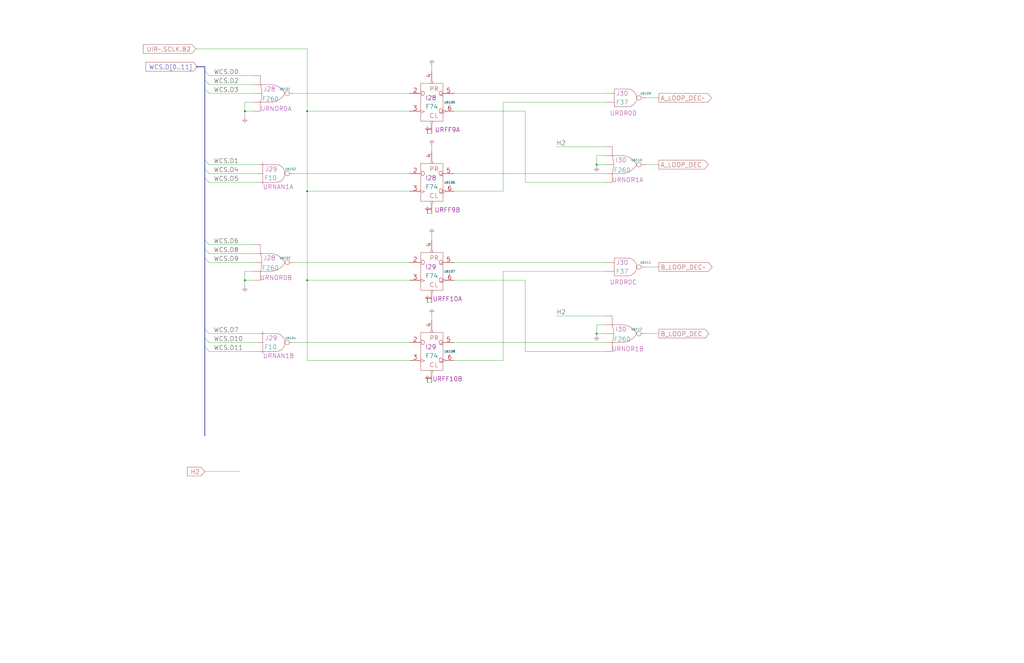
<source format=kicad_sch>
(kicad_sch (version 20250114) (generator "eeschema") (generator_version "9.0")
  (paper "User" 584.2 378.46)
  (title_block (title "WRITEABLE CONTROL STORE\\nLOOP REGISTER PRE-DECODE") (date "22-MAR-90") (rev "1.0") (comment 1 "VALUE") (comment 2 "232-003063") (comment 3 "S400") (comment 4 "RELEASED"))
  (lib_symbols
    (symbol "r1000:F10" (pin_numbers (hide yes)) (pin_names (hide yes))
      (property "Reference" "U" (at 13.335 0 0))
      (property "Value" "F10" (at 5.715 -5.08 0))
      (property "Location" "___" (at -1.27 0 0))
      (property "Name" "______" (at -2.54 -10.16 0))
      (symbol "F10_0_1"
        (polyline (pts (xy -2.54 3.81) (xy -2.54 -8.89)) (stroke (width 0.1524)))
        (polyline (pts (xy -2.54 2.54) (xy 5.08 2.54)) (stroke (width 0.1524)))
        (polyline (pts (xy -2.54 -7.62) (xy 5.08 -7.62)) (stroke (width 0.1524)))
        (arc (start 5.08 2.54) (mid 10.1281 -2.54) (end 5.08 -7.62) (stroke (width 0.1524)))
        (circle (center 11.43 -2.54) (radius 1.27) (stroke (width 0.1524)))
      )
      (symbol "F10_0_2"
        (arc (start -2.54 2.54) (mid -1.8195 -2.54) (end -2.54 -7.62) (stroke (width 0.1524)))
        (polyline (pts (xy -4.445 -2.54) (xy -5.08 -2.54)) (stroke (width 0.1524)))
        (circle (center -3.81 2.54) (radius 1.27) (stroke (width 0.1524)))
        (circle (center -3.81 -7.62) (radius 1.27) (stroke (width 0.1524)))
        (circle (center -3.175 -2.54) (radius 1.27) (stroke (width 0.1524)))
        (polyline (pts (xy -2.54 2.54) (xy 5.08 2.54)) (stroke (width 0.1524)))
        (polyline (pts (xy -2.54 -7.62) (xy 5.08 -7.62)) (stroke (width 0.1524)))
        (arc (start 5.08 2.54) (mid 8.4807 0.6111) (end 10.795 -2.54) (stroke (width 0.1524)))
        (arc (start 10.795 -2.54) (mid 8.4844 -5.6952) (end 5.08 -7.62) (stroke (width 0.1524)))
        (polyline (pts (xy 10.795 -2.54) (xy 12.7 -2.54)) (stroke (width 0.1524)))
      )
      (symbol "F10_1_1"
        (pin input line (at -5.08 2.54 0) (length 2.54) (name "D0") (number "1"))
        (pin input line (at -5.08 -2.54 0) (length 2.54) (name "D1") (number "2"))
        (pin input line (at -5.08 -7.62 0) (length 2.54) (name "D2") (number "3"))
        (pin output line (at 15.24 -2.54 180) (length 2.54) (name "Q") (number "4"))
      )
      (symbol "F10_1_2"
        (pin input line (at -5.08 2.54 0) (length 0) (name "D0") (number "1"))
        (pin input line (at -5.08 -2.54 0) (length 0) (name "D1") (number "2"))
        (pin input line (at -5.08 -7.62 0) (length 0) (name "D2") (number "3"))
        (pin output line (at 15.24 -2.54 180) (length 2.54) (name "Q") (number "4"))
      )
    )
    (symbol "r1000:F260" (pin_numbers (hide yes)) (pin_names (hide yes))
      (property "Reference" "U" (at 10.16 0 0))
      (property "Value" "F260" (at 1.905 -5.715 0))
      (property "Location" "___" (at 1.27 0 0))
      (property "Name" "______" (at 5.08 -12.7 0))
      (symbol "F260_0_1"
        (arc (start -3.8173 2.54) (mid -2.9926 -2.54) (end -3.8173 -7.62) (stroke (width 0.1524)))
        (polyline (pts (xy -5.08 7.62) (xy -3.81 7.62) (xy -3.81 2.54)) (stroke (width 0.1524)))
        (polyline (pts (xy -5.08 2.54) (xy -3.81 2.54)) (stroke (width 0.1524)))
        (polyline (pts (xy -5.08 -2.54) (xy -3.0226 -2.54)) (stroke (width 0.1524)))
        (polyline (pts (xy -5.08 -7.62) (xy -3.81 -7.62)) (stroke (width 0.1524)))
        (polyline (pts (xy -5.08 -12.7) (xy -3.81 -12.7) (xy -3.81 -7.62)) (stroke (width 0.1524)))
        (polyline (pts (xy -3.81 2.54) (xy 2.54 2.54)) (stroke (width 0.1524)))
        (polyline (pts (xy -3.81 -7.62) (xy 2.54 -7.62)) (stroke (width 0.1524)))
        (arc (start 10.16 -2.54) (mid 6.9504 -5.9807) (end 2.54 -7.62) (stroke (width 0.1524)))
        (arc (start 2.54 2.54) (mid 6.9516 0.9024) (end 10.16 -2.54) (stroke (width 0.1524)))
        (circle (center 11.43 -2.54) (radius 1.27) (stroke (width 0.1524)))
      )
      (symbol "F260_0_2"
        (circle (center -6.35 7.62) (radius 1.27) (stroke (width 0.1524)))
        (circle (center -6.35 2.54) (radius 1.27) (stroke (width 0.1524)))
        (circle (center -6.35 -2.54) (radius 1.27) (stroke (width 0.1524)))
        (circle (center -6.35 -7.62) (radius 1.27) (stroke (width 0.1524)))
        (circle (center -6.35 -12.7) (radius 1.27) (stroke (width 0.1524)))
        (polyline (pts (xy -5.08 2.54) (xy 2.54 2.54)) (stroke (width 0.1524)))
        (polyline (pts (xy -5.08 -7.62) (xy 2.54 -7.62)) (stroke (width 0.1524)))
        (polyline (pts (xy -5.08 -13.97) (xy -5.08 8.89)) (stroke (width 0.1524)))
        (arc (start 2.54 2.54) (mid 6.1321 1.0521) (end 7.62 -2.54) (stroke (width 0.1524)))
        (arc (start 7.62 -2.54) (mid 6.1321 -6.1321) (end 2.54 -7.62) (stroke (width 0.1524)))
      )
      (symbol "F260_1_1"
        (pin input line (at -7.62 7.62 0) (length 2.54) (name "D0") (number "12"))
        (pin input line (at -7.62 2.54 0) (length 2.54) (name "D1") (number "13"))
        (pin input line (at -7.62 -2.54 0) (length 2.54) (name "D2") (number "1"))
        (pin input line (at -7.62 -7.62 0) (length 2.54) (name "D3") (number "2"))
        (pin input line (at -7.62 -12.7 0) (length 2.54) (name "D4") (number "3"))
        (pin output line (at 15.24 -2.54 180) (length 2.54) (name "Q") (number "5"))
      )
      (symbol "F260_1_2"
        (pin input line (at -7.62 7.62 0) (length 0) (name "D0") (number "12"))
        (pin input line (at -7.62 2.54 0) (length 0) (name "D1") (number "13"))
        (pin input line (at -7.62 -2.54 0) (length 0) (name "D2") (number "1"))
        (pin input line (at -7.62 -7.62 0) (length 0) (name "D3") (number "2"))
        (pin input line (at -7.62 -12.7 0) (length 0) (name "D4") (number "3"))
        (pin output line (at 15.24 -2.54 180) (length 7.62) (name "Q") (number "5"))
      )
    )
    (symbol "r1000:F37" (pin_numbers (hide yes)) (pin_names (offset 0) (hide yes))
      (property "Reference" "U" (at 15.24 0 0))
      (property "Value" "F37" (at 1.905 -5.08 0))
      (property "Location" "___" (at 1.905 0 0))
      (property "Name" "______" (at 2.54 -12.7 0))
      (symbol "F37_0_1"
        (polyline (pts (xy -2.54 2.54) (xy -2.54 -7.62)) (stroke (width 0.1524)))
        (polyline (pts (xy -2.54 2.54) (xy 5.08 2.54)) (stroke (width 0.1524)))
        (polyline (pts (xy -2.54 -7.62) (xy 5.08 -7.62)) (stroke (width 0.1524)))
        (arc (start 5.08 2.54) (mid 10.1281 -2.54) (end 5.08 -7.62) (stroke (width 0.1524)))
        (circle (center 11.43 -2.54) (radius 1.27) (stroke (width 0.1524)))
      )
      (symbol "F37_0_2"
        (arc (start -3.175 2.54) (mid -2.134 -2.54) (end -3.175 -7.62) (stroke (width 0.1524)))
        (circle (center -3.81 0) (radius 1.27) (stroke (width 0.1524)))
        (circle (center -3.81 -5.08) (radius 1.27) (stroke (width 0.1524)))
        (polyline (pts (xy -3.175 2.54) (xy 3.81 2.54)) (stroke (width 0.1524)))
        (polyline (pts (xy -3.175 -7.62) (xy 3.81 -7.62)) (stroke (width 0.1524)))
        (arc (start 3.81 2.54) (mid 7.5828 0.7472) (end 10.16 -2.54) (stroke (width 0.1524)))
        (arc (start 10.16 -2.54) (mid 7.5855 -5.8306) (end 3.81 -7.62) (stroke (width 0.1524)))
      )
      (symbol "F37_1_1"
        (pin input line (at -7.62 0 0) (length 5.08) (name "D0") (number "1"))
        (pin input line (at -7.62 -5.08 0) (length 5.08) (name "D1") (number "2"))
        (pin output line (at 15.24 -2.54 180) (length 2.54) (name "Q") (number "3"))
      )
      (symbol "F37_1_2"
        (pin input line (at -7.62 0 0) (length 2.54) (name "D0") (number "1"))
        (pin input line (at -7.62 -5.08 0) (length 2.54) (name "D1") (number "2"))
        (pin output line (at 15.24 -2.54 180) (length 5.08) (name "Q") (number "3"))
      )
    )
    (symbol "r1000:F74" (pin_names (offset 1.016) (hide yes))
      (property "Reference" "U" (at 12.7 -2.54 0))
      (property "Value" "F74" (at -1.27 -5.08 0))
      (property "Location" "___" (at -1.27 0 0))
      (property "Name" "______" (at 11.43 -19.685 0))
      (symbol "F74_0_1"
        (rectangle (start -3.81 8.255) (end 8.89 -13.335) (stroke (width 0.1524)))
        (polyline (pts (xy 2.54 10.16) (xy 2.54 9.525)) (stroke (width 0.1524)))
        (polyline (pts (xy 2.54 -15.24) (xy 2.54 -14.605)) (stroke (width 0.1524)))
      )
      (symbol "F74_1_1"
        (circle (center 2.54 8.89) (radius 0.635))
        (circle (center 2.54 -13.97) (radius 0.635))
        (circle (center 9.525 -7.62) (radius 0.635))
        (text "D" (at -2.54 2.54 0) (effects (font (size 2.54 2.54))))
        (text ">" (at -2.54 -7.62 0) (effects (font (size 2.54 2.54))))
        (text "P" (at 2.54 5.08 0) (effects (font (size 2.54 2.54))))
        (text "C" (at 2.54 -10.16 0) (effects (font (size 2.54 2.54))))
        (text "R" (at 5.08 5.08 0) (effects (font (size 2.54 2.54))))
        (text "L" (at 5.08 -10.16 0) (effects (font (size 2.54 2.54))))
        (text "Q" (at 7.62 2.54 0) (effects (font (size 2.54 2.54))))
        (text "Q" (at 7.62 -7.62 0) (effects (font (size 2.54 2.54))))
        (pin input line (at -10.16 2.54 0) (length 6.35) (name "D") (number "2"))
        (pin input line (at -10.16 -7.62 0) (length 6.35) (name "CLK") (number "3"))
        (pin input line (at 2.54 15.24 270) (length 5.08) (name "PR_") (number "4"))
        (pin input line (at 2.54 -20.32 90) (length 5.08) (name "CL_") (number "1"))
        (pin output line (at 15.24 2.54 180) (length 6.35) (name "Q") (number "5"))
        (pin output line (at 15.24 -7.62 180) (length 5.08) (name "Q_") (number "6"))
      )
    )
    (symbol "r1000:PD" (power) (pin_numbers (hide yes)) (pin_names (hide yes)) (in_bom no)
      (symbol "PD_0_1"
        (polyline (pts (xy 0 -2.54) (xy 1.27 -2.54) (xy 0 -3.81) (xy -1.27 -2.54) (xy 0 -2.54)) (stroke (width 0.1524)))
      )
      (symbol "PD_1_1"
        (pin power_in line (at 0 0 270) (length 2.54) (name "PD") (number "1"))
      )
    )
    (symbol "r1000:PU" (power) (pin_numbers (hide yes)) (pin_names (hide yes))
      (symbol "PU_0_1"
        (polyline (pts (xy 0 2.54) (xy -1.27 2.54) (xy 0 3.81) (xy 1.27 2.54) (xy 0 2.54)) (stroke (width 0.1524)))
      )
      (symbol "PU_1_1"
        (pin power_in line (at 0 0 90) (length 2.54) (name "PU") (number "1"))
      )
    )
  )
  (junction (at 175.26 109.22))
  (junction (at 340.36 190.5))
  (junction (at 139.7 160.02))
  (junction (at 340.36 93.98))
  (junction (at 139.7 63.5))
  (junction (at 175.26 63.5))
  (junction (at 175.26 160.02))
  (bus_entry (at 116.84 198.12) (size 2.54 2.54))
  (bus_entry (at 116.84 45.72) (size 2.54 2.54))
  (bus_entry (at 116.84 40.64) (size 2.54 2.54))
  (bus_entry (at 116.84 96.52) (size 2.54 2.54))
  (bus_entry (at 116.84 50.8) (size 2.54 2.54))
  (bus_entry (at 116.84 147.32) (size 2.54 2.54))
  (bus_entry (at 116.84 187.96) (size 2.54 2.54))
  (bus_entry (at 116.84 193.04) (size 2.54 2.54))
  (bus_entry (at 116.84 101.6) (size 2.54 2.54))
  (bus_entry (at 116.84 91.44) (size 2.54 2.54))
  (bus_entry (at 116.84 142.24) (size 2.54 2.54))
  (bus_entry (at 116.84 137.16) (size 2.54 2.54))
  (wire (pts (xy 246.38 38.1) (xy 246.38 40.64)))
  (wire (pts (xy 368.3 190.5) (xy 375.92 190.5)))
  (wire (pts (xy 243.84 121.92) (xy 246.38 121.92)))
  (wire (pts (xy 111.76 27.94) (xy 175.26 27.94)))
  (wire (pts (xy 119.38 99.06) (xy 147.32 99.06)))
  (bus (pts (xy 116.84 147.32) (xy 116.84 187.96)))
  (wire (pts (xy 175.26 63.5) (xy 175.26 109.22)))
  (wire (pts (xy 299.72 63.5) (xy 299.72 104.14)))
  (wire (pts (xy 167.64 53.34) (xy 233.68 53.34)))
  (wire (pts (xy 175.26 109.22) (xy 233.68 109.22)))
  (wire (pts (xy 259.08 160.02) (xy 299.72 160.02)))
  (wire (pts (xy 119.38 43.18) (xy 144.78 43.18)))
  (wire (pts (xy 299.72 104.14) (xy 345.44 104.14)))
  (wire (pts (xy 119.38 190.5) (xy 147.32 190.5)))
  (wire (pts (xy 340.36 93.98) (xy 345.44 93.98)))
  (wire (pts (xy 287.02 154.94) (xy 345.44 154.94)))
  (wire (pts (xy 317.5 180.34) (xy 345.44 180.34)))
  (wire (pts (xy 167.64 99.06) (xy 233.68 99.06)))
  (wire (pts (xy 259.08 99.06) (xy 345.44 99.06)))
  (bus (pts (xy 116.84 50.8) (xy 116.84 91.44)))
  (bus (pts (xy 116.84 101.6) (xy 116.84 137.16)))
  (bus (pts (xy 116.84 198.12) (xy 116.84 248.92)))
  (wire (pts (xy 287.02 205.74) (xy 287.02 154.94)))
  (wire (pts (xy 287.02 109.22) (xy 259.08 109.22)))
  (wire (pts (xy 317.5 83.82) (xy 345.44 83.82)))
  (wire (pts (xy 243.84 218.44) (xy 246.38 218.44)))
  (wire (pts (xy 167.64 195.58) (xy 233.68 195.58)))
  (bus (pts (xy 111.76 38.1) (xy 116.84 38.1)))
  (wire (pts (xy 119.38 48.26) (xy 144.78 48.26)))
  (bus (pts (xy 116.84 193.04) (xy 116.84 198.12)))
  (wire (pts (xy 119.38 195.58) (xy 147.32 195.58)))
  (wire (pts (xy 144.78 154.94) (xy 139.7 154.94)))
  (wire (pts (xy 368.3 152.4) (xy 375.92 152.4)))
  (wire (pts (xy 345.44 88.9) (xy 340.36 88.9)))
  (wire (pts (xy 119.38 149.86) (xy 144.78 149.86)))
  (wire (pts (xy 119.38 104.14) (xy 147.32 104.14)))
  (wire (pts (xy 139.7 63.5) (xy 144.78 63.5)))
  (bus (pts (xy 116.84 142.24) (xy 116.84 147.32)))
  (wire (pts (xy 246.38 180.34) (xy 246.38 182.88)))
  (wire (pts (xy 119.38 200.66) (xy 147.32 200.66)))
  (wire (pts (xy 139.7 58.42) (xy 139.7 63.5)))
  (wire (pts (xy 340.36 88.9) (xy 340.36 93.98)))
  (wire (pts (xy 246.38 83.82) (xy 246.38 86.36)))
  (bus (pts (xy 116.84 187.96) (xy 116.84 193.04)))
  (wire (pts (xy 243.84 172.72) (xy 246.38 172.72)))
  (wire (pts (xy 139.7 154.94) (xy 139.7 160.02)))
  (wire (pts (xy 139.7 63.5) (xy 139.7 66.04)))
  (bus (pts (xy 116.84 137.16) (xy 116.84 142.24)))
  (bus (pts (xy 116.84 38.1) (xy 116.84 40.64)))
  (bus (pts (xy 116.84 40.64) (xy 116.84 45.72)))
  (bus (pts (xy 116.84 45.72) (xy 116.84 50.8)))
  (wire (pts (xy 139.7 160.02) (xy 139.7 162.56)))
  (wire (pts (xy 259.08 53.34) (xy 345.44 53.34)))
  (wire (pts (xy 259.08 195.58) (xy 345.44 195.58)))
  (wire (pts (xy 119.38 139.7) (xy 144.78 139.7)))
  (wire (pts (xy 175.26 160.02) (xy 233.68 160.02)))
  (wire (pts (xy 175.26 63.5) (xy 233.68 63.5)))
  (wire (pts (xy 368.3 55.88) (xy 375.92 55.88)))
  (wire (pts (xy 259.08 63.5) (xy 299.72 63.5)))
  (wire (pts (xy 119.38 144.78) (xy 144.78 144.78)))
  (wire (pts (xy 116.84 269.24) (xy 137.16 269.24)))
  (wire (pts (xy 144.78 58.42) (xy 139.7 58.42)))
  (wire (pts (xy 299.72 200.66) (xy 345.44 200.66)))
  (wire (pts (xy 259.08 205.74) (xy 287.02 205.74)))
  (wire (pts (xy 243.84 76.2) (xy 246.38 76.2)))
  (wire (pts (xy 119.38 93.98) (xy 147.32 93.98)))
  (wire (pts (xy 340.36 190.5) (xy 345.44 190.5)))
  (wire (pts (xy 119.38 53.34) (xy 144.78 53.34)))
  (wire (pts (xy 139.7 160.02) (xy 144.78 160.02)))
  (wire (pts (xy 175.26 27.94) (xy 175.26 63.5)))
  (wire (pts (xy 345.44 185.42) (xy 340.36 185.42)))
  (wire (pts (xy 345.44 58.42) (xy 287.02 58.42)))
  (wire (pts (xy 175.26 205.74) (xy 233.68 205.74)))
  (wire (pts (xy 340.36 185.42) (xy 340.36 190.5)))
  (wire (pts (xy 175.26 109.22) (xy 175.26 160.02)))
  (wire (pts (xy 167.64 149.86) (xy 233.68 149.86)))
  (wire (pts (xy 175.26 160.02) (xy 175.26 205.74)))
  (wire (pts (xy 259.08 149.86) (xy 345.44 149.86)))
  (wire (pts (xy 368.3 93.98) (xy 375.92 93.98)))
  (wire (pts (xy 246.38 134.62) (xy 246.38 137.16)))
  (wire (pts (xy 287.02 58.42) (xy 287.02 109.22)))
  (bus (pts (xy 116.84 91.44) (xy 116.84 96.52)))
  (bus (pts (xy 116.84 96.52) (xy 116.84 101.6)))
  (wire (pts (xy 299.72 160.02) (xy 299.72 200.66)))
  (label "WCS.D6" (at 121.92 139.7 0) (effects (font (size 2.54 2.54))))
  (label "WCS.D8" (at 121.92 144.78 0) (effects (font (size 2.54 2.54))))
  (label "WCS.D11" (at 121.92 200.66 0) (effects (font (size 2.54 2.54))))
  (label "WCS.D10" (at 121.92 195.58 0) (effects (font (size 2.54 2.54))))
  (label "WCS.D4" (at 121.92 99.06 0) (effects (font (size 2.54 2.54))))
  (label "WCS.D5" (at 121.92 104.14 0) (effects (font (size 2.54 2.54))))
  (label "H2" (at 317.5 83.82 0) (effects (font (size 2.54 2.54))))
  (label "WCS.D0" (at 121.92 43.18 0) (effects (font (size 2.54 2.54))))
  (label "WCS.D1" (at 121.92 93.98 0) (effects (font (size 2.54 2.54))))
  (label "WCS.D3" (at 121.92 53.34 0) (effects (font (size 2.54 2.54))))
  (label "WCS.D2" (at 121.92 48.26 0) (effects (font (size 2.54 2.54))))
  (label "H2" (at 317.5 180.34 0) (effects (font (size 2.54 2.54))))
  (label "WCS.D9" (at 121.92 149.86 0) (effects (font (size 2.54 2.54))))
  (label "WCS.D7" (at 121.92 190.5 0) (effects (font (size 2.54 2.54))))
  (global_label "UIR~.SCLK.B2" (shape input) (at 111.76 27.94 180) (effects (font (size 2.54 2.54))) (property "Intersheetrefs" "${INTERSHEET_REFS}" (at 81.7759 27.7813 0) (effects (font (size 1.905 1.905)) (justify right))))
  (global_label "B_LOOP_DEC" (shape output) (at 375.92 190.5 0) (effects (font (size 2.54 2.54))) (property "Intersheetrefs" "${INTERSHEET_REFS}" (at 404.4527 190.3413 0) (effects (font (size 1.905 1.905)) (justify left))))
  (global_label "B_LOOP_DEC~" (shape output) (at 375.92 152.4 0) (effects (font (size 2.54 2.54))) (property "Intersheetrefs" "${INTERSHEET_REFS}" (at 406.267 152.2413 0) (effects (font (size 1.905 1.905)) (justify left))))
  (global_label "WCS.D[0..11]" (shape input) (at 112.6531 38.1 180) (effects (font (size 2.54 2.54))) (property "Intersheetrefs" "${INTERSHEET_REFS}" (at 83.1528 37.9413 0) (effects (font (size 1.905 1.905)) (justify right))))
  (global_label "A_LOOP_DEC~" (shape output) (at 375.92 55.88 0) (effects (font (size 2.54 2.54))) (property "Intersheetrefs" "${INTERSHEET_REFS}" (at 405.9041 55.7213 0) (effects (font (size 1.905 1.905)) (justify left))))
  (global_label "H2" (shape input) (at 116.84 269.24 180) (effects (font (size 2.54 2.54))) (property "Intersheetrefs" "${INTERSHEET_REFS}" (at 106.934 269.0813 0) (effects (font (size 1.905 1.905)) (justify right))))
  (global_label "A_LOOP_DEC" (shape output) (at 375.92 93.98 0) (effects (font (size 2.54 2.54))) (property "Intersheetrefs" "${INTERSHEET_REFS}" (at 404.0898 93.8213 0) (effects (font (size 1.905 1.905)) (justify left))))
  (symbol (lib_id "r1000:PU") (at 243.84 76.2 0) (unit 1)
    (property "Reference" "#PWR06103" (effects (hide yes)))
    (property "Value" "PU" (effects (hide yes)))
  )
  (symbol (lib_id "r1000:F74") (at 243.84 198.12 0) (unit 1)
    (property "Reference" "U6108" (at 256.54 200.66 0))
    (property "Value" "F74" (at 242.57 203.2 0) (effects (font (size 2.54 2.54)) (justify left)))
    (property "Location" "I29" (at 242.57 198.12 0) (effects (font (size 2.54 2.54)) (justify left)))
    (property "Name" "URFF10B" (at 255.27 217.805 0) (effects (font (size 2.54 2.54)) (justify bottom)))
  )
  (symbol (lib_id "r1000:PD") (at 340.36 190.5 0) (unit 1) (in_bom no)
    (property "Reference" "#PWR06112" (effects (hide yes)))
    (property "Value" "PD" (effects (hide yes)))
  )
  (symbol (lib_id "r1000:PD") (at 139.7 162.56 0) (unit 1) (in_bom no)
    (property "Reference" "#PWR06102" (effects (hide yes)))
    (property "Value" "PD" (effects (hide yes)))
  )
  (symbol (lib_id "r1000:PU") (at 246.38 83.82 0) (unit 1)
    (property "Reference" "#PWR06108" (effects (hide yes)))
    (property "Value" "PU" (effects (hide yes)))
  )
  (symbol (lib_id "r1000:PU") (at 243.84 172.72 0) (unit 1)
    (property "Reference" "#PWR06105" (effects (hide yes)))
    (property "Value" "PU" (effects (hide yes)))
  )
  (symbol (lib_id "r1000:PD") (at 139.7 66.04 0) (unit 1) (in_bom no)
    (property "Reference" "#PWR06101" (effects (hide yes)))
    (property "Value" "PD" (effects (hide yes)))
  )
  (symbol (lib_id "r1000:F260") (at 152.4 50.8 0) (unit 1)
    (property "Reference" "U6101" (at 162.56 50.8 0))
    (property "Value" "F260" (at 154.305 56.515 0) (effects (font (size 2.54 2.54))))
    (property "Location" "J28" (at 153.67 50.8 0) (effects (font (size 2.54 2.54))))
    (property "Name" "URNOR0A" (at 157.48 63.5 0) (effects (font (size 2.54 2.54)) (justify bottom)))
  )
  (symbol (lib_id "r1000:PU") (at 246.38 180.34 0) (unit 1)
    (property "Reference" "#PWR06110" (effects (hide yes)))
    (property "Value" "PU" (effects (hide yes)))
  )
  (symbol (lib_id "r1000:F37") (at 353.06 149.86 0) (unit 1)
    (property "Reference" "U6111" (at 368.3 149.86 0))
    (property "Value" "F37" (at 354.965 154.94 0) (effects (font (size 2.54 2.54))))
    (property "Location" "J30" (at 354.965 149.86 0) (effects (font (size 2.54 2.54))))
    (property "Name" "URDR0C" (at 355.6 162.56 0) (effects (font (size 2.54 2.54)) (justify bottom)))
  )
  (symbol (lib_id "r1000:F260") (at 353.06 187.96 0) (unit 1)
    (property "Reference" "U6112" (at 363.22 187.96 0))
    (property "Value" "F260" (at 354.965 193.675 0) (effects (font (size 2.54 2.54))))
    (property "Location" "I30" (at 354.33 187.96 0) (effects (font (size 2.54 2.54))))
    (property "Name" "URNOR1B" (at 358.14 200.66 0) (effects (font (size 2.54 2.54)) (justify bottom)))
  )
  (symbol (lib_id "r1000:PU") (at 246.38 134.62 0) (unit 1)
    (property "Reference" "#PWR06109" (effects (hide yes)))
    (property "Value" "PU" (effects (hide yes)))
  )
  (symbol (lib_id "r1000:F74") (at 243.84 101.6 0) (unit 1)
    (property "Reference" "U6106" (at 256.54 104.14 0))
    (property "Value" "F74" (at 242.57 106.68 0) (effects (font (size 2.54 2.54)) (justify left)))
    (property "Location" "I28" (at 242.57 101.6 0) (effects (font (size 2.54 2.54)) (justify left)))
    (property "Name" "URFF9B" (at 255.27 121.285 0) (effects (font (size 2.54 2.54)) (justify bottom)))
  )
  (symbol (lib_id "r1000:PU") (at 246.38 38.1 0) (unit 1)
    (property "Reference" "#PWR06107" (effects (hide yes)))
    (property "Value" "PU" (effects (hide yes)))
  )
  (symbol (lib_id "r1000:F74") (at 243.84 152.4 0) (unit 1)
    (property "Reference" "U6107" (at 256.54 154.94 0))
    (property "Value" "F74" (at 242.57 157.48 0) (effects (font (size 2.54 2.54)) (justify left)))
    (property "Location" "I29" (at 242.57 152.4 0) (effects (font (size 2.54 2.54)) (justify left)))
    (property "Name" "URFF10A" (at 255.27 172.085 0) (effects (font (size 2.54 2.54)) (justify bottom)))
  )
  (symbol (lib_id "r1000:F260") (at 152.4 147.32 0) (unit 1)
    (property "Reference" "U6103" (at 162.56 147.32 0))
    (property "Value" "F260" (at 154.305 153.035 0) (effects (font (size 2.54 2.54))))
    (property "Location" "J28" (at 153.67 147.32 0) (effects (font (size 2.54 2.54))))
    (property "Name" "URNOR0B" (at 157.48 160.02 0) (effects (font (size 2.54 2.54)) (justify bottom)))
  )
  (symbol (lib_id "r1000:PU") (at 243.84 218.44 0) (unit 1)
    (property "Reference" "#PWR06106" (effects (hide yes)))
    (property "Value" "PU" (effects (hide yes)))
  )
  (symbol (lib_id "r1000:F260") (at 353.06 91.44 0) (unit 1)
    (property "Reference" "U6110" (at 363.22 91.44 0))
    (property "Value" "F260" (at 354.965 97.155 0) (effects (font (size 2.54 2.54))))
    (property "Location" "I30" (at 354.33 91.44 0) (effects (font (size 2.54 2.54))))
    (property "Name" "URNOR1A" (at 358.14 104.14 0) (effects (font (size 2.54 2.54)) (justify bottom)))
  )
  (symbol (lib_id "r1000:F37") (at 353.06 53.34 0) (unit 1)
    (property "Reference" "U6109" (at 368.3 53.34 0))
    (property "Value" "F37" (at 354.965 58.42 0) (effects (font (size 2.54 2.54))))
    (property "Location" "J30" (at 354.965 53.34 0) (effects (font (size 2.54 2.54))))
    (property "Name" "URDR0D" (at 355.6 66.04 0) (effects (font (size 2.54 2.54)) (justify bottom)))
  )
  (symbol (lib_id "r1000:F10") (at 152.4 96.52 0) (unit 1)
    (property "Reference" "U6102" (at 165.735 96.52 0))
    (property "Value" "F10" (at 158.115 101.6 0) (effects (font (size 2.54 2.54)) (justify right)))
    (property "Location" "J29" (at 151.13 96.52 0) (effects (font (size 2.54 2.54)) (justify left)))
    (property "Name" "URNAN1A" (at 149.86 106.68 0) (effects (font (size 2.54 2.54)) (justify left)))
  )
  (symbol (lib_id "r1000:PU") (at 243.84 121.92 0) (unit 1)
    (property "Reference" "#PWR06104" (effects (hide yes)))
    (property "Value" "PU" (effects (hide yes)))
  )
  (symbol (lib_id "r1000:F74") (at 243.84 55.88 0) (unit 1)
    (property "Reference" "U6105" (at 256.54 58.42 0))
    (property "Value" "F74" (at 242.57 60.96 0) (effects (font (size 2.54 2.54)) (justify left)))
    (property "Location" "I28" (at 242.57 55.88 0) (effects (font (size 2.54 2.54)) (justify left)))
    (property "Name" "URFF9A" (at 255.27 75.565 0) (effects (font (size 2.54 2.54)) (justify bottom)))
  )
  (symbol (lib_id "r1000:F10") (at 152.4 193.04 0) (unit 1)
    (property "Reference" "U6104" (at 165.735 193.04 0))
    (property "Value" "F10" (at 158.115 198.12 0) (effects (font (size 2.54 2.54)) (justify right)))
    (property "Location" "J29" (at 151.13 193.04 0) (effects (font (size 2.54 2.54)) (justify left)))
    (property "Name" "URNAN1B" (at 149.86 203.2 0) (effects (font (size 2.54 2.54)) (justify left)))
  )
  (symbol (lib_id "r1000:PD") (at 340.36 93.98 0) (unit 1) (in_bom no)
    (property "Reference" "#PWR06111" (effects (hide yes)))
    (property "Value" "PD" (effects (hide yes)))
  )
)
</source>
